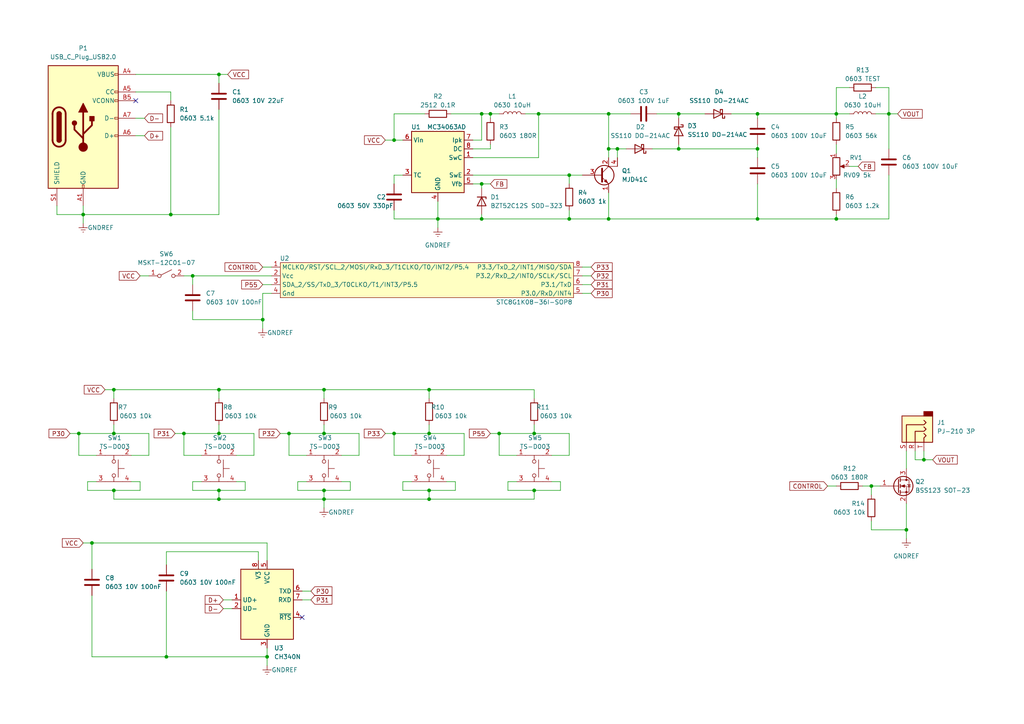
<source format=kicad_sch>
(kicad_sch (version 20211123) (generator eeschema)
  (paper "A4")
  (lib_symbols
    (symbol "Connector:AudioJack3"
      (property "Reference" "J" (at 0 8.89 0))
      (property "Value" "AudioJack3" (at 0 6.35 0))
      (symbol "AudioJack3_0_1"
        (rectangle (start -5.08 -5.08) (end -6.35 -2.54) (stroke (width 0.254)) (fill (type outline)))
        (polyline (pts (xy 0 -2.54) (xy 0.635 -3.175) (xy 1.27 -2.54) (xy 2.54 -2.54)) (stroke (width 0.254)))
        (polyline (pts (xy -1.905 -2.54) (xy -1.27 -3.175) (xy -0.635 -2.54) (xy -0.635 0) (xy 2.54 0)) (stroke (width 0.254)))
        (polyline (pts (xy 2.54 2.54) (xy -2.54 2.54) (xy -2.54 -2.54) (xy -3.175 -3.175) (xy -3.81 -2.54)) (stroke (width 0.254)))
        (rectangle (start 2.54 3.81) (end -5.08 -5.08) (stroke (width 0.254)) (fill (type background)))
      )
      (symbol "AudioJack3_1_1"
        (pin passive line (at 5.08 0 180) (length 2.54) (name "~") (number "R"))
        (pin passive line (at 5.08 2.54 180) (length 2.54) (name "~") (number "S"))
        (pin passive line (at 5.08 -2.54 180) (length 2.54) (name "~") (number "T"))
      )
    )
    (symbol "Connector:USB_C_Plug_USB2.0" (pin_names (offset 1.016))
      (property "Reference" "P" (at -10.16 19.05 0))
      (property "Value" "USB_C_Plug_USB2.0" (at 12.7 19.05 0))
      (symbol "USB_C_Plug_USB2.0_0_0"
        (rectangle (start -0.254 -17.78) (end 0.254 -16.764))
        (rectangle (start 10.16 -2.286) (end 9.144 -2.794))
        (rectangle (start 10.16 2.794) (end 9.144 2.286))
        (rectangle (start 10.16 7.874) (end 9.144 7.366))
        (rectangle (start 10.16 10.414) (end 9.144 9.906))
        (rectangle (start 10.16 15.494) (end 9.144 14.986))
      )
      (symbol "USB_C_Plug_USB2.0_0_1"
        (rectangle (start -10.16 17.78) (end 10.16 -17.78) (stroke (width 0.254)) (fill (type background)))
        (arc (start -8.89 -3.81) (mid -6.985 -5.715) (end -5.08 -3.81) (stroke (width 0.508)))
        (arc (start -7.62 -3.81) (mid -6.985 -4.445) (end -6.35 -3.81) (stroke (width 0.254)))
        (arc (start -7.62 -3.81) (mid -6.985 -4.445) (end -6.35 -3.81) (stroke (width 0.254)) (fill (type outline)))
        (rectangle (start -7.62 -3.81) (end -6.35 3.81) (stroke (width 0.254)) (fill (type outline)))
        (arc (start -6.35 3.81) (mid -6.985 4.445) (end -7.62 3.81) (stroke (width 0.254)))
        (arc (start -6.35 3.81) (mid -6.985 4.445) (end -7.62 3.81) (stroke (width 0.254)) (fill (type outline)))
        (arc (start -5.08 3.81) (mid -6.985 5.715) (end -8.89 3.81) (stroke (width 0.508)))
        (circle (center -2.54 1.143) (radius 0.635) (stroke (width 0.254)) (fill (type outline)))
        (circle (center 0 -5.842) (radius 1.27) (fill (type outline)))
        (polyline (pts (xy -8.89 -3.81) (xy -8.89 3.81)) (stroke (width 0.508)))
        (polyline (pts (xy -5.08 3.81) (xy -5.08 -3.81)) (stroke (width 0.508)))
        (polyline (pts (xy 0 -5.842) (xy 0 4.318)) (stroke (width 0.508)))
        (polyline (pts (xy 0 -3.302) (xy -2.54 -0.762) (xy -2.54 0.508)) (stroke (width 0.508)))
        (polyline (pts (xy 0 -2.032) (xy 2.54 0.508) (xy 2.54 1.778)) (stroke (width 0.508)))
        (polyline (pts (xy -1.27 4.318) (xy 0 6.858) (xy 1.27 4.318) (xy -1.27 4.318)) (stroke (width 0.254)) (fill (type outline)))
        (rectangle (start 1.905 1.778) (end 3.175 3.048) (stroke (width 0.254)) (fill (type outline)))
      )
      (symbol "USB_C_Plug_USB2.0_1_1"
        (pin passive line (at 0 -22.86 90) (length 5.08) (name "GND") (number "A1"))
        (pin passive line (at 0 -22.86 90) (length 5.08) hide (name "GND") (number "A12"))
        (pin passive line (at 15.24 15.24 180) (length 5.08) (name "VBUS") (number "A4"))
        (pin bidirectional line (at 15.24 10.16 180) (length 5.08) (name "CC") (number "A5"))
        (pin bidirectional line (at 15.24 -2.54 180) (length 5.08) (name "D+") (number "A6"))
        (pin bidirectional line (at 15.24 2.54 180) (length 5.08) (name "D-") (number "A7"))
        (pin passive line (at 15.24 15.24 180) (length 5.08) hide (name "VBUS") (number "A9"))
        (pin passive line (at 0 -22.86 90) (length 5.08) hide (name "GND") (number "B1"))
        (pin passive line (at 0 -22.86 90) (length 5.08) hide (name "GND") (number "B12"))
        (pin passive line (at 15.24 15.24 180) (length 5.08) hide (name "VBUS") (number "B4"))
        (pin bidirectional line (at 15.24 7.62 180) (length 5.08) (name "VCONN") (number "B5"))
        (pin passive line (at 15.24 15.24 180) (length 5.08) hide (name "VBUS") (number "B9"))
        (pin passive line (at -7.62 -22.86 90) (length 5.08) (name "SHIELD") (number "S1"))
      )
    )
    (symbol "Custom_Interface_USB:CH340N"
      (property "Reference" "U" (at 5.08 11.43 0))
      (property "Value" "CH340N" (at 5.08 -11.43 0))
      (symbol "CH340N_0_1"
        (rectangle (start -7.62 10.16) (end 7.62 -10.16) (stroke (width 0.254)) (fill (type background)))
      )
      (symbol "CH340N_1_1"
        (pin bidirectional line (at -10.16 1.27 0) (length 2.54) (name "UD+") (number "1"))
        (pin bidirectional line (at -10.16 -1.27 0) (length 2.54) (name "UD-") (number "2"))
        (pin power_in line (at 0 -12.7 90) (length 2.54) (name "GND") (number "3"))
        (pin output line (at 10.16 -3.81 180) (length 2.54) (name "~{RTS}") (number "4"))
        (pin power_in line (at 0 12.7 270) (length 2.54) (name "VCC") (number "5"))
        (pin output line (at 10.16 3.81 180) (length 2.54) (name "TXD") (number "6"))
        (pin input line (at 10.16 1.27 180) (length 2.54) (name "RXD") (number "7"))
        (pin passive line (at -2.54 12.7 270) (length 2.54) (name "V3") (number "8"))
      )
    )
    (symbol "Device:C" (pin_numbers hide) (pin_names (offset 0.254))
      (property "Reference" "C" (at 0.635 2.54 0))
      (property "Value" "C" (at 0.635 -2.54 0))
      (symbol "C_0_1"
        (polyline (pts (xy -2.032 -0.762) (xy 2.032 -0.762)) (stroke (width 0.508)))
        (polyline (pts (xy -2.032 0.762) (xy 2.032 0.762)) (stroke (width 0.508)))
      )
      (symbol "C_1_1"
        (pin passive line (at 0 3.81 270) (length 2.794) (name "~") (number "1"))
        (pin passive line (at 0 -3.81 90) (length 2.794) (name "~") (number "2"))
      )
    )
    (symbol "Device:D_Schottky" (pin_numbers hide) (pin_names (offset 1.016) hide)
      (property "Reference" "D" (at 0 2.54 0))
      (property "Value" "D_Schottky" (at 0 -2.54 0))
      (symbol "D_Schottky_0_1"
        (polyline (pts (xy 1.27 0) (xy -1.27 0)))
        (polyline (pts (xy 1.27 1.27) (xy 1.27 -1.27) (xy -1.27 0) (xy 1.27 1.27)) (stroke (width 0.254)))
        (polyline (pts (xy -1.905 0.635) (xy -1.905 1.27) (xy -1.27 1.27) (xy -1.27 -1.27) (xy -0.635 -1.27) (xy -0.635 -0.635)) (stroke (width 0.254)))
      )
      (symbol "D_Schottky_1_1"
        (pin passive line (at -3.81 0 0) (length 2.54) (name "K") (number "1"))
        (pin passive line (at 3.81 0 180) (length 2.54) (name "A") (number "2"))
      )
    )
    (symbol "Device:D_Zener" (pin_numbers hide) (pin_names (offset 1.016) hide)
      (property "Reference" "D" (at 0 2.54 0))
      (property "Value" "D_Zener" (at 0 -2.54 0))
      (symbol "D_Zener_0_1"
        (polyline (pts (xy 1.27 0) (xy -1.27 0)))
        (polyline (pts (xy -1.27 -1.27) (xy -1.27 1.27) (xy -0.762 1.27)) (stroke (width 0.254)))
        (polyline (pts (xy 1.27 -1.27) (xy 1.27 1.27) (xy -1.27 0) (xy 1.27 -1.27)) (stroke (width 0.254)))
      )
      (symbol "D_Zener_1_1"
        (pin passive line (at -3.81 0 0) (length 2.54) (name "K") (number "1"))
        (pin passive line (at 3.81 0 180) (length 2.54) (name "A") (number "2"))
      )
    )
    (symbol "Device:L" (pin_numbers hide) (pin_names (offset 1.016) hide)
      (property "Reference" "L" (at -1.27 0 90))
      (property "Value" "L" (at 1.905 0 90))
      (symbol "L_0_1"
        (arc (start 0 -2.54) (mid 0.635 -1.905) (end 0 -1.27))
        (arc (start 0 -1.27) (mid 0.635 -0.635) (end 0 0))
        (arc (start 0 0) (mid 0.635 0.635) (end 0 1.27))
        (arc (start 0 1.27) (mid 0.635 1.905) (end 0 2.54))
      )
      (symbol "L_1_1"
        (pin passive line (at 0 3.81 270) (length 1.27) (name "1") (number "1"))
        (pin passive line (at 0 -3.81 90) (length 1.27) (name "2") (number "2"))
      )
    )
    (symbol "Device:Q_NMOS_GSD" (pin_names (offset 0) hide)
      (property "Reference" "Q" (at 5.08 1.27 0))
      (property "Value" "Q_NMOS_GSD" (at 5.08 -1.27 0))
      (symbol "Q_NMOS_GSD_0_1"
        (polyline (pts (xy 0.254 0) (xy -2.54 0)))
        (polyline (pts (xy 0.254 1.905) (xy 0.254 -1.905)) (stroke (width 0.254)))
        (polyline (pts (xy 0.762 -1.27) (xy 0.762 -2.286)) (stroke (width 0.254)))
        (polyline (pts (xy 0.762 0.508) (xy 0.762 -0.508)) (stroke (width 0.254)))
        (polyline (pts (xy 0.762 2.286) (xy 0.762 1.27)) (stroke (width 0.254)))
        (polyline (pts (xy 2.54 2.54) (xy 2.54 1.778)))
        (polyline (pts (xy 2.54 -2.54) (xy 2.54 0) (xy 0.762 0)))
        (polyline (pts (xy 0.762 -1.778) (xy 3.302 -1.778) (xy 3.302 1.778) (xy 0.762 1.778)))
        (polyline (pts (xy 1.016 0) (xy 2.032 0.381) (xy 2.032 -0.381) (xy 1.016 0)) (fill (type outline)))
        (polyline (pts (xy 2.794 0.508) (xy 2.921 0.381) (xy 3.683 0.381) (xy 3.81 0.254)))
        (polyline (pts (xy 3.302 0.381) (xy 2.921 -0.254) (xy 3.683 -0.254) (xy 3.302 0.381)))
        (circle (center 1.651 0) (radius 2.794) (stroke (width 0.254)))
        (circle (center 2.54 -1.778) (radius 0.254) (fill (type outline)))
        (circle (center 2.54 1.778) (radius 0.254) (fill (type outline)))
      )
      (symbol "Q_NMOS_GSD_1_1"
        (pin input line (at -5.08 0 0) (length 2.54) (name "G") (number "1"))
        (pin passive line (at 2.54 -5.08 90) (length 2.54) (name "S") (number "2"))
        (pin passive line (at 2.54 5.08 270) (length 2.54) (name "D") (number "3"))
      )
    )
    (symbol "Device:Q_NPN_ECBC" (pin_names (offset 0) hide)
      (property "Reference" "Q" (at 5.08 1.27 0))
      (property "Value" "Q_NPN_ECBC" (at 5.08 -1.27 0))
      (symbol "Q_NPN_ECBC_0_1"
        (polyline (pts (xy 0.635 0.635) (xy 2.54 2.54)))
        (polyline (pts (xy 2.54 2.54) (xy 5.08 2.54)))
        (polyline (pts (xy 0.635 -0.635) (xy 2.54 -2.54) (xy 2.54 -2.54)))
        (polyline (pts (xy 0.635 1.905) (xy 0.635 -1.905) (xy 0.635 -1.905)) (stroke (width 0.508)))
        (polyline (pts (xy 1.27 -1.778) (xy 1.778 -1.27) (xy 2.286 -2.286) (xy 1.27 -1.778) (xy 1.27 -1.778)) (fill (type outline)))
        (circle (center 1.27 0) (radius 2.8194) (stroke (width 0.254)))
      )
      (symbol "Q_NPN_ECBC_1_1"
        (pin passive line (at 2.54 -5.08 90) (length 2.54) (name "E") (number "1"))
        (pin passive line (at 2.54 5.08 270) (length 2.54) (name "C") (number "2"))
        (pin passive line (at -5.08 0 0) (length 5.715) (name "B") (number "3"))
        (pin passive line (at 5.08 5.08 270) (length 2.54) (name "C") (number "4"))
      )
    )
    (symbol "Device:R" (pin_numbers hide) (pin_names (offset 0))
      (property "Reference" "R" (at 2.032 0 90))
      (property "Value" "R" (at 0 0 90))
      (symbol "R_0_1"
        (rectangle (start -1.016 -2.54) (end 1.016 2.54) (stroke (width 0.254)))
      )
      (symbol "R_1_1"
        (pin passive line (at 0 3.81 270) (length 1.27) (name "~") (number "1"))
        (pin passive line (at 0 -3.81 90) (length 1.27) (name "~") (number "2"))
      )
    )
    (symbol "Device:R_Potentiometer" (pin_names (offset 1.016) hide)
      (property "Reference" "RV" (at -4.445 0 90))
      (property "Value" "R_Potentiometer" (at -2.54 0 90))
      (symbol "R_Potentiometer_0_1"
        (polyline (pts (xy 2.54 0) (xy 1.524 0)))
        (polyline (pts (xy 1.143 0) (xy 2.286 0.508) (xy 2.286 -0.508) (xy 1.143 0)) (fill (type outline)))
        (rectangle (start 1.016 2.54) (end -1.016 -2.54) (stroke (width 0.254)))
      )
      (symbol "R_Potentiometer_1_1"
        (pin passive line (at 0 3.81 270) (length 1.27) (name "1") (number "1"))
        (pin passive line (at 3.81 0 180) (length 1.27) (name "2") (number "2"))
        (pin passive line (at 0 -3.81 90) (length 1.27) (name "3") (number "3"))
      )
    )
    (symbol "MCU_STC:STC8G1K08-36I-SOP8"
      (property "Reference" "U" (at -40.64 6.35 0))
      (property "Value" "STC8G1K08-36I-SOP8" (at 31.75 -6.35 0))
      (symbol "STC8G1K08-36I-SOP8_0_0"
        (pin free line (at -44.45 3.81 0) (length 2.54) (name "MCLKO/RST/SCL_2/MOSI/RxD_3/T1CLKO/T0/INT2/P5.4") (number "1"))
        (pin power_in line (at -44.45 1.27 0) (length 2.54) (name "Vcc") (number "2"))
        (pin free line (at -44.45 -1.27 0) (length 2.54) (name "SDA_2/SS/TxD_3/T0CLKO/T1/INT3/P5.5") (number "3"))
        (pin power_in line (at -44.45 -3.81 0) (length 2.54) (name "Gnd") (number "4"))
        (pin free line (at 45.72 -3.81 180) (length 2.54) (name "P3.0/RxD/INT4") (number "5"))
        (pin free line (at 45.72 -1.27 180) (length 2.54) (name "P3.1/TxD") (number "6"))
        (pin free line (at 45.72 1.27 180) (length 2.54) (name "P3.2/RxD_2/INT0/SCLK/SCL") (number "7"))
        (pin free line (at 45.72 3.81 180) (length 2.54) (name "P3.3/TxD_2/INT1/MISO/SDA") (number "8"))
      )
      (symbol "STC8G1K08-36I-SOP8_0_1"
        (rectangle (start -41.91 5.08) (end 43.18 -5.08) (fill (type background)))
      )
    )
    (symbol "Regulator_Switching:MC34063AD"
      (property "Reference" "U" (at -7.62 8.89 0))
      (property "Value" "MC34063AD" (at 0 8.89 0))
      (symbol "MC34063AD_0_1"
        (rectangle (start -7.62 7.62) (end 7.62 -10.16) (stroke (width 0.254)) (fill (type background)))
      )
      (symbol "MC34063AD_1_1"
        (pin open_collector line (at 10.16 0 180) (length 2.54) (name "SwC") (number "1"))
        (pin open_emitter line (at 10.16 -5.08 180) (length 2.54) (name "SwE") (number "2"))
        (pin passive line (at -10.16 -5.08 0) (length 2.54) (name "TC") (number "3"))
        (pin power_in line (at 0 -12.7 90) (length 2.54) (name "GND") (number "4"))
        (pin input line (at 10.16 -7.62 180) (length 2.54) (name "Vfb") (number "5"))
        (pin power_in line (at -10.16 5.08 0) (length 2.54) (name "Vin") (number "6"))
        (pin input line (at 10.16 5.08 180) (length 2.54) (name "Ipk") (number "7"))
        (pin open_collector line (at 10.16 2.54 180) (length 2.54) (name "DC") (number "8"))
      )
    )
    (symbol "Switch:SW_Push_Dual_2" (pin_names (offset 1.016) hide)
      (property "Reference" "SW" (at 11.43 -7.62 0))
      (property "Value" "SW_Push_Dual_2" (at 0 -6.858 0))
      (symbol "SW_Push_Dual_2_0_1"
        (circle (center 0 -2.032) (radius 0.508))
        (polyline (pts (xy -2.54 -3.81) (xy 2.54 -3.81)))
        (polyline (pts (xy -2.54 3.81) (xy 2.54 3.81)))
        (polyline (pts (xy 0 -2.54) (xy 0 -3.81)))
        (polyline (pts (xy 0 2.54) (xy 0 3.81)))
        (polyline (pts (xy 1.27 -2.54) (xy 1.27 2.54)))
        (polyline (pts (xy 1.27 0) (xy 3.048 0)))
        (circle (center 0 2.032) (radius 0.508))
        (pin passive line (at -5.08 3.81 0) (length 2.54) (name "1") (number "1"))
        (pin passive line (at 5.08 3.81 180) (length 2.54) (name "2") (number "2"))
        (pin passive line (at -5.08 -3.81 0) (length 2.54) (name "3") (number "3"))
        (pin passive line (at 5.08 -3.81 180) (length 2.54) (name "4") (number "4"))
      )
    )
    (symbol "Switch:SW_SPST" (pin_names (offset 0) hide)
      (property "Reference" "SW" (at 0 3.175 0))
      (property "Value" "SW_SPST" (at 0 -2.54 0))
      (symbol "SW_SPST_0_0"
        (circle (center -2.032 0) (radius 0.508))
        (polyline (pts (xy -1.524 0.254) (xy 1.524 1.778)))
        (circle (center 2.032 0) (radius 0.508))
      )
      (symbol "SW_SPST_1_1"
        (pin passive line (at -5.08 0 0) (length 2.54) (name "A") (number "1"))
        (pin passive line (at 5.08 0 180) (length 2.54) (name "B") (number "2"))
      )
    )
    (symbol "power:GNDREF" (power) (pin_names (offset 0))
      (property "Value" "GNDREF" (at 0 -3.81 0))
      (symbol "GNDREF_0_1"
        (polyline (pts (xy -0.635 -1.905) (xy 0.635 -1.905)))
        (polyline (pts (xy -0.127 -2.54) (xy 0.127 -2.54)))
        (polyline (pts (xy 0 -1.27) (xy 0 0)))
        (polyline (pts (xy 1.27 -1.27) (xy -1.27 -1.27)))
      )
      (symbol "GNDREF_1_1"
        (pin power_in line (at 0 0 270) (length 0) hide (name "GNDREF") (number "1"))
      )
    )
  )
  (junction (at 154.94 125.73))
  (junction (at 124.46 125.73))
  (junction (at 63.5 21.59))
  (junction (at 63.5 113.03))
  (junction (at 124.46 142.24))
  (junction (at 63.5 144.78))
  (junction (at 139.7 33.02))
  (junction (at 114.3 40.64))
  (junction (at 77.47 190.5))
  (junction (at 124.46 113.03))
  (junction (at 196.85 33.02))
  (junction (at 33.02 142.24))
  (junction (at 196.85 43.18))
  (junction (at 33.02 113.03))
  (junction (at 257.81 33.02))
  (junction (at 242.57 63.5))
  (junction (at 114.3 125.73))
  (junction (at 76.2 92.71))
  (junction (at 242.57 33.02))
  (junction (at 49.53 62.23))
  (junction (at 63.5 125.73))
  (junction (at 176.53 63.5))
  (junction (at 93.98 142.24))
  (junction (at 142.24 33.02))
  (junction (at 176.53 33.02))
  (junction (at 176.53 43.18))
  (junction (at 219.71 63.5))
  (junction (at 26.67 157.48))
  (junction (at 267.97 133.35))
  (junction (at 48.26 190.5))
  (junction (at 83.82 125.73))
  (junction (at 179.07 43.18))
  (junction (at 55.88 80.01))
  (junction (at 165.1 50.8))
  (junction (at 154.94 142.24))
  (junction (at 124.46 144.78))
  (junction (at 24.13 62.23))
  (junction (at 93.98 113.03))
  (junction (at 127 63.5))
  (junction (at 63.5 142.24))
  (junction (at 93.98 125.73))
  (junction (at 33.02 125.73))
  (junction (at 219.71 33.02))
  (junction (at 93.98 144.78))
  (junction (at 262.89 153.67))
  (junction (at 219.71 43.18))
  (junction (at 156.21 33.02))
  (junction (at 144.78 125.73))
  (junction (at 22.86 125.73))
  (junction (at 252.73 140.97))
  (junction (at 53.34 125.73))
  (junction (at 139.7 53.34))
  (junction (at 165.1 63.5))
  (junction (at 139.7 63.5))
  (no_connect (at 87.63 179.07))
  (no_connect (at 39.37 29.21))
  (wire (pts (xy 26.67 157.48) (xy 77.47 157.48)))
  (wire (pts (xy 93.98 113.03) (xy 124.46 113.03)))
  (wire (pts (xy 212.09 33.02) (xy 219.71 33.02)))
  (wire (pts (xy 257.81 33.02) (xy 260.35 33.02)))
  (wire (pts (xy 242.57 41.91) (xy 242.57 44.45)))
  (wire (pts (xy 77.47 190.5) (xy 77.47 193.04)))
  (wire (pts (xy 124.46 142.24) (xy 132.08 142.24)))
  (wire (pts (xy 63.5 62.23) (xy 49.53 62.23)))
  (wire (pts (xy 254 25.4) (xy 257.81 25.4)))
  (wire (pts (xy 39.37 34.29) (xy 41.91 34.29)))
  (wire (pts (xy 246.38 25.4) (xy 242.57 25.4)))
  (wire (pts (xy 142.24 41.91) (xy 142.24 43.18)))
  (wire (pts (xy 142.24 33.02) (xy 139.7 33.02)))
  (wire (pts (xy 262.89 153.67) (xy 262.89 156.21)))
  (wire (pts (xy 25.4 142.24) (xy 33.02 142.24)))
  (wire (pts (xy 190.5 33.02) (xy 196.85 33.02)))
  (wire (pts (xy 93.98 113.03) (xy 93.98 115.57)))
  (wire (pts (xy 33.02 144.78) (xy 63.5 144.78)))
  (wire (pts (xy 64.77 176.53) (xy 67.31 176.53)))
  (wire (pts (xy 74.93 162.56) (xy 74.93 160.02)))
  (wire (pts (xy 127 63.5) (xy 139.7 63.5)))
  (wire (pts (xy 270.51 133.35) (xy 267.97 133.35)))
  (wire (pts (xy 71.12 139.7) (xy 68.58 139.7)))
  (wire (pts (xy 262.89 146.05) (xy 262.89 153.67)))
  (wire (pts (xy 55.88 82.55) (xy 55.88 80.01)))
  (wire (pts (xy 22.86 125.73) (xy 33.02 125.73)))
  (wire (pts (xy 132.08 142.24) (xy 132.08 139.7)))
  (wire (pts (xy 114.3 132.08) (xy 119.38 132.08)))
  (wire (pts (xy 147.32 139.7) (xy 147.32 142.24)))
  (wire (pts (xy 53.34 132.08) (xy 53.34 125.73)))
  (wire (pts (xy 257.81 50.8) (xy 257.81 63.5)))
  (wire (pts (xy 137.16 50.8) (xy 165.1 50.8)))
  (wire (pts (xy 49.53 26.67) (xy 49.53 29.21)))
  (wire (pts (xy 196.85 33.02) (xy 204.47 33.02)))
  (wire (pts (xy 124.46 113.03) (xy 154.94 113.03)))
  (wire (pts (xy 111.76 125.73) (xy 114.3 125.73)))
  (wire (pts (xy 262.89 130.81) (xy 262.89 135.89)))
  (wire (pts (xy 142.24 125.73) (xy 144.78 125.73)))
  (wire (pts (xy 63.5 123.19) (xy 63.5 125.73)))
  (wire (pts (xy 139.7 53.34) (xy 139.7 54.61)))
  (wire (pts (xy 219.71 41.91) (xy 219.71 43.18)))
  (wire (pts (xy 77.47 157.48) (xy 77.47 162.56)))
  (wire (pts (xy 55.88 139.7) (xy 55.88 142.24)))
  (wire (pts (xy 49.53 62.23) (xy 24.13 62.23)))
  (wire (pts (xy 156.21 45.72) (xy 156.21 33.02)))
  (wire (pts (xy 168.91 85.09) (xy 171.45 85.09)))
  (wire (pts (xy 53.34 80.01) (xy 55.88 80.01)))
  (wire (pts (xy 124.46 142.24) (xy 124.46 144.78)))
  (wire (pts (xy 86.36 139.7) (xy 86.36 142.24)))
  (wire (pts (xy 93.98 144.78) (xy 124.46 144.78)))
  (wire (pts (xy 114.3 60.96) (xy 114.3 63.5)))
  (wire (pts (xy 139.7 53.34) (xy 142.24 53.34)))
  (wire (pts (xy 156.21 33.02) (xy 152.4 33.02)))
  (wire (pts (xy 139.7 63.5) (xy 165.1 63.5)))
  (wire (pts (xy 111.76 40.64) (xy 114.3 40.64)))
  (wire (pts (xy 43.18 125.73) (xy 43.18 132.08)))
  (wire (pts (xy 265.43 133.35) (xy 265.43 130.81)))
  (wire (pts (xy 154.94 142.24) (xy 162.56 142.24)))
  (wire (pts (xy 93.98 142.24) (xy 101.6 142.24)))
  (wire (pts (xy 116.84 139.7) (xy 116.84 142.24)))
  (wire (pts (xy 93.98 125.73) (xy 104.14 125.73)))
  (wire (pts (xy 22.86 132.08) (xy 22.86 125.73)))
  (wire (pts (xy 48.26 190.5) (xy 77.47 190.5)))
  (wire (pts (xy 144.78 125.73) (xy 154.94 125.73)))
  (wire (pts (xy 196.85 43.18) (xy 219.71 43.18)))
  (wire (pts (xy 87.63 171.45) (xy 90.17 171.45)))
  (wire (pts (xy 114.3 33.02) (xy 114.3 40.64)))
  (wire (pts (xy 240.03 140.97) (xy 242.57 140.97)))
  (wire (pts (xy 252.73 151.13) (xy 252.73 153.67)))
  (wire (pts (xy 119.38 139.7) (xy 116.84 139.7)))
  (wire (pts (xy 219.71 33.02) (xy 242.57 33.02)))
  (wire (pts (xy 257.81 63.5) (xy 242.57 63.5)))
  (wire (pts (xy 116.84 142.24) (xy 124.46 142.24)))
  (wire (pts (xy 33.02 142.24) (xy 40.64 142.24)))
  (wire (pts (xy 250.19 140.97) (xy 252.73 140.97)))
  (wire (pts (xy 242.57 62.23) (xy 242.57 63.5)))
  (wire (pts (xy 77.47 187.96) (xy 77.47 190.5)))
  (wire (pts (xy 257.81 25.4) (xy 257.81 33.02)))
  (wire (pts (xy 162.56 142.24) (xy 162.56 139.7)))
  (wire (pts (xy 176.53 43.18) (xy 176.53 45.72)))
  (wire (pts (xy 114.3 63.5) (xy 127 63.5)))
  (wire (pts (xy 40.64 80.01) (xy 43.18 80.01)))
  (wire (pts (xy 168.91 80.01) (xy 171.45 80.01)))
  (wire (pts (xy 114.3 40.64) (xy 116.84 40.64)))
  (wire (pts (xy 55.88 142.24) (xy 63.5 142.24)))
  (wire (pts (xy 252.73 153.67) (xy 262.89 153.67)))
  (wire (pts (xy 26.67 190.5) (xy 48.26 190.5)))
  (wire (pts (xy 252.73 140.97) (xy 252.73 143.51)))
  (wire (pts (xy 114.3 53.34) (xy 114.3 50.8)))
  (wire (pts (xy 267.97 133.35) (xy 265.43 133.35)))
  (wire (pts (xy 147.32 142.24) (xy 154.94 142.24)))
  (wire (pts (xy 149.86 139.7) (xy 147.32 139.7)))
  (wire (pts (xy 219.71 33.02) (xy 219.71 34.29)))
  (wire (pts (xy 73.66 132.08) (xy 68.58 132.08)))
  (wire (pts (xy 86.36 142.24) (xy 93.98 142.24)))
  (wire (pts (xy 27.94 139.7) (xy 25.4 139.7)))
  (wire (pts (xy 83.82 125.73) (xy 93.98 125.73)))
  (wire (pts (xy 26.67 172.72) (xy 26.67 190.5)))
  (wire (pts (xy 30.48 113.03) (xy 33.02 113.03)))
  (wire (pts (xy 144.78 132.08) (xy 144.78 125.73)))
  (wire (pts (xy 154.94 123.19) (xy 154.94 125.73)))
  (wire (pts (xy 24.13 59.69) (xy 24.13 62.23)))
  (wire (pts (xy 219.71 63.5) (xy 176.53 63.5)))
  (wire (pts (xy 134.62 132.08) (xy 129.54 132.08)))
  (wire (pts (xy 165.1 50.8) (xy 168.91 50.8)))
  (wire (pts (xy 252.73 140.97) (xy 255.27 140.97)))
  (wire (pts (xy 48.26 160.02) (xy 48.26 163.83)))
  (wire (pts (xy 87.63 173.99) (xy 90.17 173.99)))
  (wire (pts (xy 154.94 113.03) (xy 154.94 115.57)))
  (wire (pts (xy 33.02 113.03) (xy 63.5 113.03)))
  (wire (pts (xy 76.2 85.09) (xy 76.2 92.71)))
  (wire (pts (xy 267.97 130.81) (xy 267.97 133.35)))
  (wire (pts (xy 43.18 132.08) (xy 38.1 132.08)))
  (wire (pts (xy 124.46 125.73) (xy 134.62 125.73)))
  (wire (pts (xy 137.16 45.72) (xy 156.21 45.72)))
  (wire (pts (xy 20.32 125.73) (xy 22.86 125.73)))
  (wire (pts (xy 124.46 113.03) (xy 124.46 115.57)))
  (wire (pts (xy 127 63.5) (xy 127 58.42)))
  (wire (pts (xy 73.66 125.73) (xy 73.66 132.08)))
  (wire (pts (xy 101.6 142.24) (xy 101.6 139.7)))
  (wire (pts (xy 83.82 132.08) (xy 88.9 132.08)))
  (wire (pts (xy 40.64 139.7) (xy 38.1 139.7)))
  (wire (pts (xy 219.71 53.34) (xy 219.71 63.5)))
  (wire (pts (xy 176.53 55.88) (xy 176.53 63.5)))
  (wire (pts (xy 48.26 171.45) (xy 48.26 190.5)))
  (wire (pts (xy 179.07 43.18) (xy 176.53 43.18)))
  (wire (pts (xy 196.85 41.91) (xy 196.85 43.18)))
  (wire (pts (xy 242.57 33.02) (xy 246.38 33.02)))
  (wire (pts (xy 114.3 125.73) (xy 124.46 125.73)))
  (wire (pts (xy 179.07 45.72) (xy 179.07 43.18)))
  (wire (pts (xy 55.88 80.01) (xy 78.74 80.01)))
  (wire (pts (xy 196.85 33.02) (xy 196.85 34.29)))
  (wire (pts (xy 39.37 21.59) (xy 63.5 21.59)))
  (wire (pts (xy 242.57 34.29) (xy 242.57 33.02)))
  (wire (pts (xy 114.3 50.8) (xy 116.84 50.8)))
  (wire (pts (xy 130.81 33.02) (xy 139.7 33.02)))
  (wire (pts (xy 22.86 132.08) (xy 27.94 132.08)))
  (wire (pts (xy 33.02 142.24) (xy 33.02 144.78)))
  (wire (pts (xy 219.71 43.18) (xy 219.71 45.72)))
  (wire (pts (xy 257.81 33.02) (xy 254 33.02)))
  (wire (pts (xy 39.37 26.67) (xy 49.53 26.67)))
  (wire (pts (xy 139.7 62.23) (xy 139.7 63.5)))
  (wire (pts (xy 137.16 53.34) (xy 139.7 53.34)))
  (wire (pts (xy 127 63.5) (xy 127 66.04)))
  (wire (pts (xy 16.51 59.69) (xy 16.51 62.23)))
  (wire (pts (xy 33.02 115.57) (xy 33.02 113.03)))
  (wire (pts (xy 76.2 82.55) (xy 78.74 82.55)))
  (wire (pts (xy 176.53 33.02) (xy 176.53 43.18)))
  (wire (pts (xy 81.28 125.73) (xy 83.82 125.73)))
  (wire (pts (xy 63.5 142.24) (xy 63.5 144.78)))
  (wire (pts (xy 63.5 31.75) (xy 63.5 62.23)))
  (wire (pts (xy 25.4 139.7) (xy 25.4 142.24)))
  (wire (pts (xy 144.78 132.08) (xy 149.86 132.08)))
  (wire (pts (xy 156.21 33.02) (xy 176.53 33.02)))
  (wire (pts (xy 53.34 132.08) (xy 58.42 132.08)))
  (wire (pts (xy 63.5 125.73) (xy 73.66 125.73)))
  (wire (pts (xy 63.5 142.24) (xy 71.12 142.24)))
  (wire (pts (xy 154.94 125.73) (xy 165.1 125.73)))
  (wire (pts (xy 182.88 33.02) (xy 176.53 33.02)))
  (wire (pts (xy 176.53 63.5) (xy 165.1 63.5)))
  (wire (pts (xy 189.23 43.18) (xy 196.85 43.18)))
  (wire (pts (xy 139.7 40.64) (xy 137.16 40.64)))
  (wire (pts (xy 242.57 25.4) (xy 242.57 33.02)))
  (wire (pts (xy 165.1 132.08) (xy 160.02 132.08)))
  (wire (pts (xy 246.38 48.26) (xy 248.92 48.26)))
  (wire (pts (xy 63.5 21.59) (xy 63.5 24.13)))
  (wire (pts (xy 139.7 33.02) (xy 139.7 40.64)))
  (wire (pts (xy 142.24 33.02) (xy 144.78 33.02)))
  (wire (pts (xy 93.98 123.19) (xy 93.98 125.73)))
  (wire (pts (xy 132.08 139.7) (xy 129.54 139.7)))
  (wire (pts (xy 179.07 43.18) (xy 181.61 43.18)))
  (wire (pts (xy 64.77 173.99) (xy 67.31 173.99)))
  (wire (pts (xy 76.2 77.47) (xy 78.74 77.47)))
  (wire (pts (xy 33.02 125.73) (xy 43.18 125.73)))
  (wire (pts (xy 242.57 52.07) (xy 242.57 54.61)))
  (wire (pts (xy 16.51 62.23) (xy 24.13 62.23)))
  (wire (pts (xy 78.74 85.09) (xy 76.2 85.09)))
  (wire (pts (xy 93.98 144.78) (xy 93.98 147.32)))
  (wire (pts (xy 124.46 144.78) (xy 154.94 144.78)))
  (wire (pts (xy 104.14 125.73) (xy 104.14 132.08)))
  (wire (pts (xy 74.93 160.02) (xy 48.26 160.02)))
  (wire (pts (xy 76.2 92.71) (xy 55.88 92.71)))
  (wire (pts (xy 83.82 132.08) (xy 83.82 125.73)))
  (wire (pts (xy 114.3 132.08) (xy 114.3 125.73)))
  (wire (pts (xy 26.67 157.48) (xy 26.67 165.1)))
  (wire (pts (xy 71.12 142.24) (xy 71.12 139.7)))
  (wire (pts (xy 154.94 142.24) (xy 154.94 144.78)))
  (wire (pts (xy 134.62 125.73) (xy 134.62 132.08)))
  (wire (pts (xy 257.81 43.18) (xy 257.81 33.02)))
  (wire (pts (xy 93.98 142.24) (xy 93.98 144.78)))
  (wire (pts (xy 39.37 39.37) (xy 41.91 39.37)))
  (wire (pts (xy 123.19 33.02) (xy 114.3 33.02)))
  (wire (pts (xy 219.71 63.5) (xy 242.57 63.5)))
  (wire (pts (xy 104.14 132.08) (xy 99.06 132.08)))
  (wire (pts (xy 137.16 43.18) (xy 142.24 43.18)))
  (wire (pts (xy 76.2 92.71) (xy 76.2 95.25)))
  (wire (pts (xy 165.1 60.96) (xy 165.1 63.5)))
  (wire (pts (xy 63.5 144.78) (xy 93.98 144.78)))
  (wire (pts (xy 88.9 139.7) (xy 86.36 139.7)))
  (wire (pts (xy 63.5 113.03) (xy 63.5 115.57)))
  (wire (pts (xy 168.91 77.47) (xy 171.45 77.47)))
  (wire (pts (xy 49.53 36.83) (xy 49.53 62.23)))
  (wire (pts (xy 101.6 139.7) (xy 99.06 139.7)))
  (wire (pts (xy 24.13 157.48) (xy 26.67 157.48)))
  (wire (pts (xy 33.02 123.19) (xy 33.02 125.73)))
  (wire (pts (xy 124.46 123.19) (xy 124.46 125.73)))
  (wire (pts (xy 142.24 34.29) (xy 142.24 33.02)))
  (wire (pts (xy 50.8 125.73) (xy 53.34 125.73)))
  (wire (pts (xy 53.34 125.73) (xy 63.5 125.73)))
  (wire (pts (xy 165.1 50.8) (xy 165.1 53.34)))
  (wire (pts (xy 165.1 125.73) (xy 165.1 132.08)))
  (wire (pts (xy 24.13 62.23) (xy 24.13 64.77)))
  (wire (pts (xy 63.5 113.03) (xy 93.98 113.03)))
  (wire (pts (xy 55.88 92.71) (xy 55.88 90.17)))
  (wire (pts (xy 58.42 139.7) (xy 55.88 139.7)))
  (wire (pts (xy 162.56 139.7) (xy 160.02 139.7)))
  (wire (pts (xy 40.64 142.24) (xy 40.64 139.7)))
  (wire (pts (xy 168.91 82.55) (xy 171.45 82.55)))
  (wire (pts (xy 63.5 21.59) (xy 66.04 21.59)))
  (global_label "D+" (shape input) (at 41.91 39.37 0) (property "Intersheet References" "${INTERSHEET_REFS}" (effects hide)))
  (global_label "VCC" (shape input) (at 24.13 157.48 180) (property "Intersheet References" "${INTERSHEET_REFS}" (effects hide)))
  (global_label "P31" (shape input) (at 50.8 125.73 180) (property "Intersheet References" "${INTERSHEET_REFS}" (effects hide)))
  (global_label "CONTROL" (shape input) (at 240.03 140.97 180) (property "Intersheet References" "${INTERSHEET_REFS}" (effects hide)))
  (global_label "P32" (shape input) (at 81.28 125.73 180) (property "Intersheet References" "${INTERSHEET_REFS}" (effects hide)))
  (global_label "VCC" (shape input) (at 40.64 80.01 180) (property "Intersheet References" "${INTERSHEET_REFS}" (effects hide)))
  (global_label "VOUT" (shape input) (at 260.35 33.02 0) (property "Intersheet References" "${INTERSHEET_REFS}" (effects hide)))
  (global_label "P30" (shape input) (at 90.17 171.45 0) (property "Intersheet References" "${INTERSHEET_REFS}" (effects hide)))
  (global_label "FB" (shape input) (at 248.92 48.26 0) (property "Intersheet References" "${INTERSHEET_REFS}" (effects hide)))
  (global_label "VOUT" (shape input) (at 270.51 133.35 0) (property "Intersheet References" "${INTERSHEET_REFS}" (effects hide)))
  (global_label "P55" (shape input) (at 76.2 82.55 180) (property "Intersheet References" "${INTERSHEET_REFS}" (effects hide)))
  (global_label "P33" (shape input) (at 171.45 77.47 0) (property "Intersheet References" "${INTERSHEET_REFS}" (effects hide)))
  (global_label "CONTROL" (shape input) (at 76.2 77.47 180) (property "Intersheet References" "${INTERSHEET_REFS}" (effects hide)))
  (global_label "VCC" (shape input) (at 66.04 21.59 0) (property "Intersheet References" "${INTERSHEET_REFS}" (effects hide)))
  (global_label "P55" (shape input) (at 142.24 125.73 180) (property "Intersheet References" "${INTERSHEET_REFS}" (effects hide)))
  (global_label "D-" (shape input) (at 41.91 34.29 0) (property "Intersheet References" "${INTERSHEET_REFS}" (effects hide)))
  (global_label "VCC" (shape input) (at 30.48 113.03 180) (property "Intersheet References" "${INTERSHEET_REFS}" (effects hide)))
  (global_label "P30" (shape input) (at 20.32 125.73 180) (property "Intersheet References" "${INTERSHEET_REFS}" (effects hide)))
  (global_label "VCC" (shape input) (at 111.76 40.64 180) (property "Intersheet References" "${INTERSHEET_REFS}" (effects hide)))
  (global_label "D-" (shape input) (at 64.77 176.53 180) (property "Intersheet References" "${INTERSHEET_REFS}" (effects hide)))
  (global_label "D+" (shape input) (at 64.77 173.99 180) (property "Intersheet References" "${INTERSHEET_REFS}" (effects hide)))
  (global_label "P33" (shape input) (at 111.76 125.73 180) (property "Intersheet References" "${INTERSHEET_REFS}" (effects hide)))
  (global_label "P31" (shape input) (at 171.45 82.55 0) (property "Intersheet References" "${INTERSHEET_REFS}" (effects hide)))
  (global_label "P30" (shape input) (at 171.45 85.09 0) (property "Intersheet References" "${INTERSHEET_REFS}" (effects hide)))
  (global_label "P32" (shape input) (at 171.45 80.01 0) (property "Intersheet References" "${INTERSHEET_REFS}" (effects hide)))
  (global_label "P31" (shape input) (at 90.17 173.99 0) (property "Intersheet References" "${INTERSHEET_REFS}" (effects hide)))
  (global_label "FB" (shape input) (at 142.24 53.34 0) (property "Intersheet References" "${INTERSHEET_REFS}" (effects hide)))
  (symbol (lib_id "Device:R") (at 252.73 147.32 180) (unit 1)
    (property "Reference" "R14" (at 248.92 146.05 0))
    (property "Value" "0603 10k" (at 246.38 148.59 0))
    (property "Footprint" "Resistor_SMD:R_0603_1608Metric" (effects hide))
  )
  (symbol (lib_id "power:GNDREF") (at 262.89 156.21 0) (unit 1)
    (property "Reference" "#PWR06" (effects hide))
    (property "Value" "GNDREF" (at 262.89 161.29 0))
  )
  (symbol (lib_id "Device:R") (at 127 33.02 90) (unit 1)
    (property "Reference" "R2" (at 127 27.94 90))
    (property "Value" "2512 0.1R" (at 127 30.48 90))
    (property "Footprint" "Resistor_SMD:R_2512_6332Metric" (effects hide))
  )
  (symbol (lib_id "power:GNDREF") (at 24.13 64.77 0) (unit 1)
    (property "Reference" "#PWR01" (effects hide))
    (property "Value" "GNDREF" (at 29.21 66.04 0))
  )
  (symbol (lib_id "Device:C") (at 114.3 57.15 0) (unit 1)
    (property "Reference" "C2" (at 109.22 57.15 0) (effects (justify left)))
    (property "Value" "0603 50V 330pF" (at 97.79 59.69 0) (effects (justify left)))
    (property "Footprint" "Capacitor_SMD:C_0603_1608Metric" (effects hide))
  )
  (symbol (lib_id "Connector:USB_C_Plug_USB2.0") (at 24.13 36.83 0) (unit 1)
    (property "Reference" "P1" (at 24.13 13.97 0))
    (property "Value" "USB_C_Plug_USB2.0" (at 24.13 16.51 0))
    (property "Footprint" "Customer_Connector:USB_C_Receptacle_16P_01" (effects hide))
    (property "Datasheet" "https://www.usb.org/sites/default/files/documents/usb_type-c.zip" (effects hide))
  )
  (symbol (lib_id "power:GNDREF") (at 77.47 193.04 0) (unit 1)
    (property "Reference" "#PWR05" (effects hide))
    (property "Value" "GNDREF" (at 82.55 194.31 0))
  )
  (symbol (lib_id "Device:R_Potentiometer") (at 242.57 48.26 0) (unit 1)
    (property "Reference" "RV1" (at 250.19 45.72 0) (effects (justify right)))
    (property "Value" "RV09 5k" (at 252.73 50.8 0) (effects (justify right)))
    (property "Footprint" "Customer_Passive:Potentiometer_RV09_Vertical" (effects hide))
  )
  (symbol (lib_id "Device:C") (at 219.71 38.1 0) (unit 1)
    (property "Reference" "C4" (at 223.52 36.8299 0) (effects (justify left)))
    (property "Value" "0603 100V 10uF" (at 223.52 39.3699 0) (effects (justify left)))
    (property "Footprint" "Capacitor_SMD:C_0603_1608Metric" (effects hide))
  )
  (symbol (lib_id "Switch:SW_Push_Dual_2") (at 33.02 135.89 0) (unit 1)
    (property "Reference" "SW1" (at 33.274 127 0))
    (property "Value" "TS-D003" (at 33.274 129.54 0))
    (property "Footprint" "Customer_Switch:TS-D003" (effects hide))
  )
  (symbol (lib_id "Device:D_Schottky") (at 208.28 33.02 180) (unit 1)
    (property "Reference" "D4" (at 208.5975 26.67 0))
    (property "Value" "SS110 DO-214AC" (at 208.5975 29.21 0))
    (property "Footprint" "Diode_SMD:D_SMA" (effects hide))
  )
  (symbol (lib_id "Device:Q_NPN_ECBC") (at 173.99 50.8 0) (unit 1)
    (property "Reference" "Q1" (at 180.34 49.5299 0) (effects (justify left)))
    (property "Value" "MJD41C" (at 180.34 52.0699 0) (effects (justify left)))
    (property "Footprint" "Package_TO_SOT_SMD:TO-252-3_TabPin4" (effects hide))
  )
  (symbol (lib_id "Device:R") (at 154.94 119.38 180) (unit 1)
    (property "Reference" "R11" (at 157.48 118.11 0))
    (property "Value" "0603 10k" (at 161.29 120.65 0))
    (property "Footprint" "Resistor_SMD:R_0603_1608Metric" (effects hide))
  )
  (symbol (lib_id "Device:R") (at 242.57 38.1 180) (unit 1)
    (property "Reference" "R5" (at 245.11 36.8299 0) (effects (justify right)))
    (property "Value" "0603 56k" (at 245.11 39.3699 0) (effects (justify right)))
    (property "Footprint" "Resistor_SMD:R_0603_1608Metric" (effects hide))
  )
  (symbol (lib_id "MCU_STC:STC8G1K08-36I-SOP8") (at 123.19 81.28 0) (unit 1)
    (property "Reference" "U2" (at 82.55 74.93 0))
    (property "Value" "STC8G1K08-36I-SOP8" (at 154.94 87.63 0))
    (property "Footprint" "Package_SO:SOP-8_3.9x4.9mm_P1.27mm" (effects hide))
  )
  (symbol (lib_id "Device:R") (at 33.02 119.38 180) (unit 1)
    (property "Reference" "R7" (at 35.56 118.11 0))
    (property "Value" "0603 10k" (at 39.37 120.65 0))
    (property "Footprint" "Resistor_SMD:R_0603_1608Metric" (effects hide))
  )
  (symbol (lib_id "Device:D_Schottky") (at 196.85 38.1 270) (unit 1)
    (property "Reference" "D3" (at 199.39 36.5124 90) (effects (justify left)))
    (property "Value" "SS110 DO-214AC" (at 199.39 39.0524 90) (effects (justify left)))
    (property "Footprint" "Diode_SMD:D_SMA" (effects hide))
  )
  (symbol (lib_id "Custom_Interface_USB:CH340N") (at 77.47 175.26 0) (unit 1)
    (property "Reference" "U3" (at 79.4894 187.96 0) (effects (justify left)))
    (property "Value" "CH340N" (at 79.4894 190.5 0) (effects (justify left)))
    (property "Footprint" "Package_SO:SOP-8_3.9x4.9mm_P1.27mm" (effects hide))
  )
  (symbol (lib_id "power:GNDREF") (at 93.98 147.32 0) (unit 1)
    (property "Reference" "#PWR04" (effects hide))
    (property "Value" "GNDREF" (at 99.06 148.59 0))
  )
  (symbol (lib_id "Device:R") (at 246.38 140.97 90) (unit 1)
    (property "Reference" "R12" (at 246.38 135.89 90))
    (property "Value" "0603 180R" (at 246.38 138.43 90))
    (property "Footprint" "Resistor_SMD:R_0603_1608Metric" (effects hide))
  )
  (symbol (lib_id "Device:C") (at 55.88 86.36 0) (mirror y) (unit 1)
    (property "Reference" "C7" (at 59.69 85.0899 0) (effects (justify right)))
    (property "Value" "0603 10V 100nF" (at 59.69 87.6299 0) (effects (justify right)))
    (property "Footprint" "Capacitor_SMD:C_0603_1608Metric" (effects hide))
  )
  (symbol (lib_id "Device:C") (at 48.26 167.64 0) (mirror y) (unit 1)
    (property "Reference" "C9" (at 52.07 166.3699 0) (effects (justify right)))
    (property "Value" "0603 10V 100nF" (at 52.07 168.9099 0) (effects (justify right)))
    (property "Footprint" "Capacitor_SMD:C_0603_1608Metric" (effects hide))
  )
  (symbol (lib_id "Regulator_Switching:MC34063AD") (at 127 45.72 0) (unit 1)
    (property "Reference" "U1" (at 120.65 36.83 0))
    (property "Value" "MC34063AD" (at 129.54 36.83 0))
    (property "Footprint" "Package_SO:SOIC-8_3.9x4.9mm_P1.27mm" (effects hide))
    (property "Datasheet" "http://www.onsemi.com/pub_link/Collateral/MC34063A-D.PDF" (effects hide))
  )
  (symbol (lib_id "Switch:SW_Push_Dual_2") (at 124.46 135.89 0) (unit 1)
    (property "Reference" "SW4" (at 124.714 127 0))
    (property "Value" "TS-D003" (at 124.714 129.54 0))
    (property "Footprint" "Customer_Switch:TS-D003" (effects hide))
  )
  (symbol (lib_id "Device:L") (at 250.19 33.02 90) (unit 1)
    (property "Reference" "L2" (at 250.19 27.94 90))
    (property "Value" "0630 10uH" (at 250.19 30.48 90))
    (property "Footprint" "Customer_Passive:Inductor_HC0630" (effects hide))
  )
  (symbol (lib_id "Connector:AudioJack3") (at 265.43 125.73 90) (mirror x) (unit 1)
    (property "Reference" "J1" (at 271.78 122.5549 90) (effects (justify right)))
    (property "Value" "PJ-210 3P" (at 271.78 125.0949 90) (effects (justify right)))
    (property "Footprint" "Customer_Connector:Audio_Jack_PJ-210C_3P" (effects hide))
  )
  (symbol (lib_id "Device:C") (at 26.67 168.91 0) (mirror y) (unit 1)
    (property "Reference" "C8" (at 30.48 167.6399 0) (effects (justify right)))
    (property "Value" "0603 10V 100nF" (at 30.48 170.1799 0) (effects (justify right)))
    (property "Footprint" "Capacitor_SMD:C_0603_1608Metric" (effects hide))
  )
  (symbol (lib_id "Device:R") (at 242.57 58.42 180) (unit 1)
    (property "Reference" "R6" (at 245.11 57.1499 0) (effects (justify right)))
    (property "Value" "0603 1.2k" (at 245.11 59.6899 0) (effects (justify right)))
    (property "Footprint" "Resistor_SMD:R_0603_1608Metric" (effects hide))
  )
  (symbol (lib_id "Device:D_Schottky") (at 185.42 43.18 180) (unit 1)
    (property "Reference" "D2" (at 185.7375 36.83 0))
    (property "Value" "SS110 DO-214AC" (at 185.7375 39.37 0))
    (property "Footprint" "Diode_SMD:D_SMA" (effects hide))
  )
  (symbol (lib_id "Device:C") (at 219.71 49.53 0) (unit 1)
    (property "Reference" "C5" (at 223.52 48.2599 0) (effects (justify left)))
    (property "Value" "0603 100V 10uF" (at 223.52 50.7999 0) (effects (justify left)))
    (property "Footprint" "Capacitor_SMD:C_0603_1608Metric" (effects hide))
  )
  (symbol (lib_id "Device:R") (at 250.19 25.4 90) (unit 1)
    (property "Reference" "R13" (at 250.19 20.32 90))
    (property "Value" "0603 TEST" (at 250.19 22.86 90))
    (property "Footprint" "Resistor_SMD:R_0603_1608Metric" (effects hide))
  )
  (symbol (lib_id "Switch:SW_Push_Dual_2") (at 93.98 135.89 0) (unit 1)
    (property "Reference" "SW3" (at 94.234 127 0))
    (property "Value" "TS-D003" (at 94.234 129.54 0))
    (property "Footprint" "Customer_Switch:TS-D003" (effects hide))
  )
  (symbol (lib_id "Switch:SW_Push_Dual_2") (at 154.94 135.89 0) (unit 1)
    (property "Reference" "SW5" (at 155.194 127 0))
    (property "Value" "TS-D003" (at 155.194 129.54 0))
    (property "Footprint" "Customer_Switch:TS-D003" (effects hide))
  )
  (symbol (lib_id "power:GNDREF") (at 127 66.04 0) (unit 1)
    (property "Reference" "#PWR02" (effects hide))
    (property "Value" "GNDREF" (at 127 71.12 0))
  )
  (symbol (lib_id "Switch:SW_SPST") (at 48.26 80.01 0) (unit 1)
    (property "Reference" "SW6" (at 48.26 73.66 0))
    (property "Value" "MSKT-12C01-07" (at 48.26 76.2 0))
    (property "Footprint" "Customer_Switch:MSKT-12C01-07" (effects hide))
  )
  (symbol (lib_id "Device:D_Zener") (at 139.7 58.42 270) (unit 1)
    (property "Reference" "D1" (at 142.24 57.1499 90) (effects (justify left)))
    (property "Value" "BZT52C12S SOD-323" (at 142.24 59.6899 90) (effects (justify left)))
    (property "Footprint" "Diode_SMD:D_SOD-323" (effects hide))
  )
  (symbol (lib_id "Device:L") (at 148.59 33.02 90) (unit 1)
    (property "Reference" "L1" (at 148.59 27.94 90))
    (property "Value" "0630 10uH" (at 148.59 30.48 90))
    (property "Footprint" "Customer_Passive:Inductor_HC0630" (effects hide))
  )
  (symbol (lib_id "Device:R") (at 142.24 38.1 180) (unit 1)
    (property "Reference" "R3" (at 144.78 36.8299 0) (effects (justify right)))
    (property "Value" "0603 180R" (at 144.78 39.3699 0) (effects (justify right)))
    (property "Footprint" "Resistor_SMD:R_0603_1608Metric" (effects hide))
  )
  (symbol (lib_id "Device:R") (at 124.46 119.38 180) (unit 1)
    (property "Reference" "R10" (at 127 118.11 0))
    (property "Value" "0603 10k" (at 130.81 120.65 0))
    (property "Footprint" "Resistor_SMD:R_0603_1608Metric" (effects hide))
  )
  (symbol (lib_id "Device:C") (at 63.5 27.94 0) (mirror y) (unit 1)
    (property "Reference" "C1" (at 67.31 26.6699 0) (effects (justify right)))
    (property "Value" "0603 10V 22uF" (at 67.31 29.2099 0) (effects (justify right)))
    (property "Footprint" "Capacitor_SMD:C_0603_1608Metric" (effects hide))
  )
  (symbol (lib_id "Switch:SW_Push_Dual_2") (at 63.5 135.89 0) (unit 1)
    (property "Reference" "SW2" (at 63.754 127 0))
    (property "Value" "TS-D003" (at 63.754 129.54 0))
    (property "Footprint" "Customer_Switch:TS-D003" (effects hide))
  )
  (symbol (lib_id "Device:R") (at 63.5 119.38 180) (unit 1)
    (property "Reference" "R8" (at 66.04 118.11 0))
    (property "Value" "0603 10k" (at 69.85 120.65 0))
    (property "Footprint" "Resistor_SMD:R_0603_1608Metric" (effects hide))
  )
  (symbol (lib_id "Device:R") (at 165.1 57.15 180) (unit 1)
    (property "Reference" "R4" (at 167.64 55.8799 0) (effects (justify right)))
    (property "Value" "0603 1k" (at 167.64 58.4199 0) (effects (justify right)))
    (property "Footprint" "Resistor_SMD:R_0603_1608Metric" (effects hide))
  )
  (symbol (lib_id "Device:C") (at 186.69 33.02 90) (unit 1)
    (property "Reference" "C3" (at 186.69 26.67 90))
    (property "Value" "0603 100V 1uF" (at 186.69 29.21 90))
    (property "Footprint" "Capacitor_SMD:C_0603_1608Metric" (effects hide))
  )
  (symbol (lib_id "power:GNDREF") (at 76.2 95.25 0) (unit 1)
    (property "Reference" "#PWR03" (effects hide))
    (property "Value" "GNDREF" (at 81.28 96.52 0))
  )
  (symbol (lib_id "Device:R") (at 93.98 119.38 180) (unit 1)
    (property "Reference" "R9" (at 96.52 118.11 0))
    (property "Value" "0603 10k" (at 100.33 120.65 0))
    (property "Footprint" "Resistor_SMD:R_0603_1608Metric" (effects hide))
  )
  (symbol (lib_id "Device:Q_NMOS_GSD") (at 260.35 140.97 0) (unit 1)
    (property "Reference" "Q2" (at 265.43 139.7 0) (effects (justify left)))
    (property "Value" "BSS123 SOT-23" (at 265.43 142.24 0) (effects (justify left)))
    (property "Footprint" "Package_TO_SOT_SMD:SOT-23" (effects hide))
  )
  (symbol (lib_id "Device:R") (at 49.53 33.02 180) (unit 1)
    (property "Reference" "R1" (at 52.07 31.7499 0) (effects (justify right)))
    (property "Value" "0603 5.1k" (at 52.07 34.2899 0) (effects (justify right)))
    (property "Footprint" "Resistor_SMD:R_0603_1608Metric" (effects hide))
  )
  (symbol (lib_id "Device:C") (at 257.81 46.99 0) (unit 1)
    (property "Reference" "C6" (at 261.62 45.7199 0) (effects (justify left)))
    (property "Value" "0603 100V 10uF" (at 261.62 48.2599 0) (effects (justify left)))
    (property "Footprint" "Capacitor_SMD:C_0603_1608Metric" (effects hide))
  )
)
</source>
